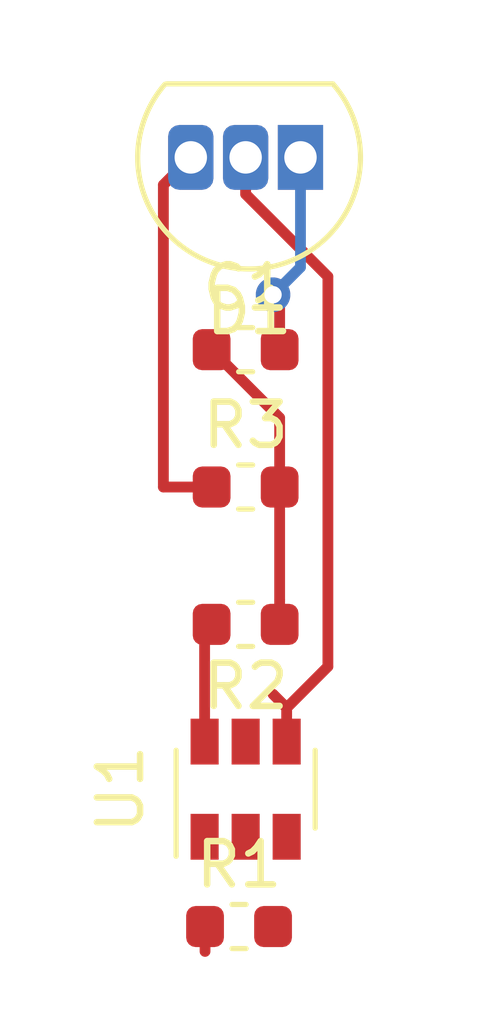
<source format=kicad_pcb>
(kicad_pcb (version 20171130) (host pcbnew "(5.0.1)-4")

  (general
    (thickness 1.6)
    (drawings 4)
    (tracks 22)
    (zones 0)
    (modules 6)
    (nets 11)
  )

  (page A4)
  (layers
    (0 F.Cu signal)
    (31 B.Cu signal)
    (32 B.Adhes user)
    (33 F.Adhes user)
    (34 B.Paste user)
    (35 F.Paste user)
    (36 B.SilkS user)
    (37 F.SilkS user)
    (38 B.Mask user)
    (39 F.Mask user)
    (40 Dwgs.User user)
    (41 Cmts.User user)
    (42 Eco1.User user)
    (43 Eco2.User user)
    (44 Edge.Cuts user)
    (45 Margin user)
    (46 B.CrtYd user)
    (47 F.CrtYd user)
    (48 B.Fab user)
    (49 F.Fab user)
  )

  (setup
    (last_trace_width 0.25)
    (trace_clearance 0.2)
    (zone_clearance 0.508)
    (zone_45_only no)
    (trace_min 0.2)
    (segment_width 0.2)
    (edge_width 0.15)
    (via_size 0.8)
    (via_drill 0.4)
    (via_min_size 0.4)
    (via_min_drill 0.3)
    (uvia_size 0.3)
    (uvia_drill 0.1)
    (uvias_allowed no)
    (uvia_min_size 0.2)
    (uvia_min_drill 0.1)
    (pcb_text_width 0.3)
    (pcb_text_size 1.5 1.5)
    (mod_edge_width 0.15)
    (mod_text_size 1 1)
    (mod_text_width 0.15)
    (pad_size 1.524 1.524)
    (pad_drill 0.762)
    (pad_to_mask_clearance 0.051)
    (solder_mask_min_width 0.25)
    (aux_axis_origin 0 0)
    (visible_elements FFFFFF7F)
    (pcbplotparams
      (layerselection 0x010fc_ffffffff)
      (usegerberextensions false)
      (usegerberattributes false)
      (usegerberadvancedattributes false)
      (creategerberjobfile false)
      (excludeedgelayer true)
      (linewidth 0.100000)
      (plotframeref false)
      (viasonmask false)
      (mode 1)
      (useauxorigin false)
      (hpglpennumber 1)
      (hpglpenspeed 20)
      (hpglpendiameter 15.000000)
      (psnegative false)
      (psa4output false)
      (plotreference true)
      (plotvalue true)
      (plotinvisibletext false)
      (padsonsilk false)
      (subtractmaskfromsilk false)
      (outputformat 1)
      (mirror false)
      (drillshape 1)
      (scaleselection 1)
      (outputdirectory ""))
  )

  (net 0 "")
  (net 1 "Net-(R1-Pad1)")
  (net 2 /PU)
  (net 3 "Net-(R2-Pad2)")
  (net 4 "Net-(C1-Pad1)")
  (net 5 /AC0)
  (net 6 "Net-(D1-Pad2)")
  (net 7 /AC1)
  (net 8 /EN)
  (net 9 "Net-(U1-Pad3)")
  (net 10 "Net-(U1-Pad5)")

  (net_class Default "This is the default net class."
    (clearance 0.2)
    (trace_width 0.25)
    (via_dia 0.8)
    (via_drill 0.4)
    (uvia_dia 0.3)
    (uvia_drill 0.1)
    (add_net /AC0)
    (add_net /AC1)
    (add_net /EN)
    (add_net /PU)
    (add_net "Net-(C1-Pad1)")
    (add_net "Net-(D1-Pad2)")
    (add_net "Net-(R1-Pad1)")
    (add_net "Net-(R2-Pad2)")
    (add_net "Net-(U1-Pad3)")
    (add_net "Net-(U1-Pad5)")
  )

  (module Capacitor_SMD:C_0603_1608Metric (layer F.Cu) (tedit 5B301BBE) (tstamp 5C04E36A)
    (at 92.71 72.39)
    (descr "Capacitor SMD 0603 (1608 Metric), square (rectangular) end terminal, IPC_7351 nominal, (Body size source: http://www.tortai-tech.com/upload/download/2011102023233369053.pdf), generated with kicad-footprint-generator")
    (tags capacitor)
    (path /5BF9804C)
    (attr smd)
    (fp_text reference C1 (at 0 -1.43) (layer F.SilkS)
      (effects (font (size 1 1) (thickness 0.15)))
    )
    (fp_text value 0.1uf (at 0 1.43) (layer F.Fab)
      (effects (font (size 1 1) (thickness 0.15)))
    )
    (fp_line (start -0.8 0.4) (end -0.8 -0.4) (layer F.Fab) (width 0.1))
    (fp_line (start -0.8 -0.4) (end 0.8 -0.4) (layer F.Fab) (width 0.1))
    (fp_line (start 0.8 -0.4) (end 0.8 0.4) (layer F.Fab) (width 0.1))
    (fp_line (start 0.8 0.4) (end -0.8 0.4) (layer F.Fab) (width 0.1))
    (fp_line (start -0.162779 -0.51) (end 0.162779 -0.51) (layer F.SilkS) (width 0.12))
    (fp_line (start -0.162779 0.51) (end 0.162779 0.51) (layer F.SilkS) (width 0.12))
    (fp_line (start -1.48 0.73) (end -1.48 -0.73) (layer F.CrtYd) (width 0.05))
    (fp_line (start -1.48 -0.73) (end 1.48 -0.73) (layer F.CrtYd) (width 0.05))
    (fp_line (start 1.48 -0.73) (end 1.48 0.73) (layer F.CrtYd) (width 0.05))
    (fp_line (start 1.48 0.73) (end -1.48 0.73) (layer F.CrtYd) (width 0.05))
    (fp_text user %R (at 0 0) (layer F.Fab)
      (effects (font (size 0.4 0.4) (thickness 0.06)))
    )
    (pad 1 smd roundrect (at -0.7875 0) (size 0.875 0.95) (layers F.Cu F.Paste F.Mask) (roundrect_rratio 0.25)
      (net 4 "Net-(C1-Pad1)"))
    (pad 2 smd roundrect (at 0.7875 0) (size 0.875 0.95) (layers F.Cu F.Paste F.Mask) (roundrect_rratio 0.25)
      (net 7 /AC1))
    (model ${KISYS3DMOD}/Capacitor_SMD.3dshapes/C_0603_1608Metric.wrl
      (at (xyz 0 0 0))
      (scale (xyz 1 1 1))
      (rotate (xyz 0 0 0))
    )
  )

  (module Package_TO_SOT_SMD:SOT-23-6 (layer F.Cu) (tedit 5A02FF57) (tstamp 5C04E359)
    (at 92.71 82.55 90)
    (descr "6-pin SOT-23 package")
    (tags SOT-23-6)
    (path /5BF97E2A)
    (attr smd)
    (fp_text reference U1 (at 0 -2.9 90) (layer F.SilkS)
      (effects (font (size 1 1) (thickness 0.15)))
    )
    (fp_text value MOC3010M (at 0 2.9 90) (layer F.Fab)
      (effects (font (size 1 1) (thickness 0.15)))
    )
    (fp_text user %R (at 0 0 180) (layer F.Fab)
      (effects (font (size 0.5 0.5) (thickness 0.075)))
    )
    (fp_line (start -0.9 1.61) (end 0.9 1.61) (layer F.SilkS) (width 0.12))
    (fp_line (start 0.9 -1.61) (end -1.55 -1.61) (layer F.SilkS) (width 0.12))
    (fp_line (start 1.9 -1.8) (end -1.9 -1.8) (layer F.CrtYd) (width 0.05))
    (fp_line (start 1.9 1.8) (end 1.9 -1.8) (layer F.CrtYd) (width 0.05))
    (fp_line (start -1.9 1.8) (end 1.9 1.8) (layer F.CrtYd) (width 0.05))
    (fp_line (start -1.9 -1.8) (end -1.9 1.8) (layer F.CrtYd) (width 0.05))
    (fp_line (start -0.9 -0.9) (end -0.25 -1.55) (layer F.Fab) (width 0.1))
    (fp_line (start 0.9 -1.55) (end -0.25 -1.55) (layer F.Fab) (width 0.1))
    (fp_line (start -0.9 -0.9) (end -0.9 1.55) (layer F.Fab) (width 0.1))
    (fp_line (start 0.9 1.55) (end -0.9 1.55) (layer F.Fab) (width 0.1))
    (fp_line (start 0.9 -1.55) (end 0.9 1.55) (layer F.Fab) (width 0.1))
    (pad 1 smd rect (at -1.1 -0.95 90) (size 1.06 0.65) (layers F.Cu F.Paste F.Mask)
      (net 1 "Net-(R1-Pad1)"))
    (pad 2 smd rect (at -1.1 0 90) (size 1.06 0.65) (layers F.Cu F.Paste F.Mask)
      (net 8 /EN))
    (pad 3 smd rect (at -1.1 0.95 90) (size 1.06 0.65) (layers F.Cu F.Paste F.Mask)
      (net 9 "Net-(U1-Pad3)"))
    (pad 4 smd rect (at 1.1 0.95 90) (size 1.06 0.65) (layers F.Cu F.Paste F.Mask)
      (net 6 "Net-(D1-Pad2)"))
    (pad 6 smd rect (at 1.1 -0.95 90) (size 1.06 0.65) (layers F.Cu F.Paste F.Mask)
      (net 3 "Net-(R2-Pad2)"))
    (pad 5 smd rect (at 1.1 0 90) (size 1.06 0.65) (layers F.Cu F.Paste F.Mask)
      (net 10 "Net-(U1-Pad5)"))
    (model ${KISYS3DMOD}/Package_TO_SOT_SMD.3dshapes/SOT-23-6.wrl
      (at (xyz 0 0 0))
      (scale (xyz 1 1 1))
      (rotate (xyz 0 0 0))
    )
  )

  (module Package_TO_SOT_THT:TO-92L_Inline (layer F.Cu) (tedit 5BF864BD) (tstamp 5C04E82E)
    (at 93.98 67.945 180)
    (descr "TO-92L leads in-line (large body variant of TO-92), also known as TO-226, wide, drill 0.75mm (see https://www.diodes.com/assets/Package-Files/TO92L.pdf and http://www.ti.com/lit/an/snoa059/snoa059.pdf)")
    (tags "TO-92L Inline Wide transistor")
    (path /5BF97EE3)
    (fp_text reference D1 (at 1.19 -3.56 180) (layer F.SilkS)
      (effects (font (size 1 1) (thickness 0.15)))
    )
    (fp_text value Q_TRIAC_A1GA2 (at 1.19 2.79 180) (layer F.Fab)
      (effects (font (size 1 1) (thickness 0.15)))
    )
    (fp_text user %R (at 1.19 -3.56 180) (layer F.Fab)
      (effects (font (size 1 1) (thickness 0.15)))
    )
    (fp_line (start -0.75 1.7) (end 3.1 1.7) (layer F.SilkS) (width 0.12))
    (fp_line (start -0.7 1.6) (end 3.05 1.6) (layer F.Fab) (width 0.1))
    (fp_line (start -1.55 -2.75) (end 3.95 -2.75) (layer F.CrtYd) (width 0.05))
    (fp_line (start -1.55 -2.75) (end -1.55 1.85) (layer F.CrtYd) (width 0.05))
    (fp_line (start 3.95 1.85) (end 3.95 -2.75) (layer F.CrtYd) (width 0.05))
    (fp_line (start 3.95 1.85) (end -1.55 1.85) (layer F.CrtYd) (width 0.05))
    (fp_arc (start 1.19 0) (end -0.75 1.7) (angle 262.164354) (layer F.SilkS) (width 0.12))
    (fp_arc (start 1.19 0) (end 1.19 -2.48) (angle 129.9527847) (layer F.Fab) (width 0.1))
    (fp_arc (start 1.19 0) (end 1.19 -2.48) (angle -130.2499344) (layer F.Fab) (width 0.1))
    (pad 2 thru_hole roundrect (at 1.27 0 180) (size 1.05 1.5) (drill 0.75) (layers *.Cu *.Mask) (roundrect_rratio 0.25)
      (net 6 "Net-(D1-Pad2)"))
    (pad 3 thru_hole roundrect (at 2.54 0 180) (size 1.05 1.5) (drill 0.75) (layers *.Cu *.Mask) (roundrect_rratio 0.25)
      (net 5 /AC0))
    (pad 1 thru_hole rect (at 0 0 180) (size 1.05 1.5) (drill 0.75) (layers *.Cu *.Mask)
      (net 7 /AC1))
    (model ${KISYS3DMOD}/Package_TO_SOT_THT.3dshapes/TO-92L_Inline.wrl
      (at (xyz 0 0 0))
      (scale (xyz 1 1 1))
      (rotate (xyz 0 0 0))
    )
  )

  (module Resistor_SMD:R_0603_1608Metric (layer F.Cu) (tedit 5B301BBD) (tstamp 5C04E332)
    (at 92.71 75.565)
    (descr "Resistor SMD 0603 (1608 Metric), square (rectangular) end terminal, IPC_7351 nominal, (Body size source: http://www.tortai-tech.com/upload/download/2011102023233369053.pdf), generated with kicad-footprint-generator")
    (tags resistor)
    (path /5BF98143)
    (attr smd)
    (fp_text reference R3 (at 0 -1.43) (layer F.SilkS)
      (effects (font (size 1 1) (thickness 0.15)))
    )
    (fp_text value 2.4K (at 0 1.43) (layer F.Fab)
      (effects (font (size 1 1) (thickness 0.15)))
    )
    (fp_line (start -0.8 0.4) (end -0.8 -0.4) (layer F.Fab) (width 0.1))
    (fp_line (start -0.8 -0.4) (end 0.8 -0.4) (layer F.Fab) (width 0.1))
    (fp_line (start 0.8 -0.4) (end 0.8 0.4) (layer F.Fab) (width 0.1))
    (fp_line (start 0.8 0.4) (end -0.8 0.4) (layer F.Fab) (width 0.1))
    (fp_line (start -0.162779 -0.51) (end 0.162779 -0.51) (layer F.SilkS) (width 0.12))
    (fp_line (start -0.162779 0.51) (end 0.162779 0.51) (layer F.SilkS) (width 0.12))
    (fp_line (start -1.48 0.73) (end -1.48 -0.73) (layer F.CrtYd) (width 0.05))
    (fp_line (start -1.48 -0.73) (end 1.48 -0.73) (layer F.CrtYd) (width 0.05))
    (fp_line (start 1.48 -0.73) (end 1.48 0.73) (layer F.CrtYd) (width 0.05))
    (fp_line (start 1.48 0.73) (end -1.48 0.73) (layer F.CrtYd) (width 0.05))
    (fp_text user %R (at 0 0) (layer F.Fab)
      (effects (font (size 0.4 0.4) (thickness 0.06)))
    )
    (pad 1 smd roundrect (at -0.7875 0) (size 0.875 0.95) (layers F.Cu F.Paste F.Mask) (roundrect_rratio 0.25)
      (net 5 /AC0))
    (pad 2 smd roundrect (at 0.7875 0) (size 0.875 0.95) (layers F.Cu F.Paste F.Mask) (roundrect_rratio 0.25)
      (net 4 "Net-(C1-Pad1)"))
    (model ${KISYS3DMOD}/Resistor_SMD.3dshapes/R_0603_1608Metric.wrl
      (at (xyz 0 0 0))
      (scale (xyz 1 1 1))
      (rotate (xyz 0 0 0))
    )
  )

  (module Resistor_SMD:R_0603_1608Metric (layer F.Cu) (tedit 5B301BBD) (tstamp 5C04E637)
    (at 92.71 78.74 180)
    (descr "Resistor SMD 0603 (1608 Metric), square (rectangular) end terminal, IPC_7351 nominal, (Body size source: http://www.tortai-tech.com/upload/download/2011102023233369053.pdf), generated with kicad-footprint-generator")
    (tags resistor)
    (path /5BF97F8A)
    (attr smd)
    (fp_text reference R2 (at 0 -1.43 180) (layer F.SilkS)
      (effects (font (size 1 1) (thickness 0.15)))
    )
    (fp_text value 180 (at 0 1.43 180) (layer F.Fab)
      (effects (font (size 1 1) (thickness 0.15)))
    )
    (fp_text user %R (at 0 0 180) (layer F.Fab)
      (effects (font (size 0.4 0.4) (thickness 0.06)))
    )
    (fp_line (start 1.48 0.73) (end -1.48 0.73) (layer F.CrtYd) (width 0.05))
    (fp_line (start 1.48 -0.73) (end 1.48 0.73) (layer F.CrtYd) (width 0.05))
    (fp_line (start -1.48 -0.73) (end 1.48 -0.73) (layer F.CrtYd) (width 0.05))
    (fp_line (start -1.48 0.73) (end -1.48 -0.73) (layer F.CrtYd) (width 0.05))
    (fp_line (start -0.162779 0.51) (end 0.162779 0.51) (layer F.SilkS) (width 0.12))
    (fp_line (start -0.162779 -0.51) (end 0.162779 -0.51) (layer F.SilkS) (width 0.12))
    (fp_line (start 0.8 0.4) (end -0.8 0.4) (layer F.Fab) (width 0.1))
    (fp_line (start 0.8 -0.4) (end 0.8 0.4) (layer F.Fab) (width 0.1))
    (fp_line (start -0.8 -0.4) (end 0.8 -0.4) (layer F.Fab) (width 0.1))
    (fp_line (start -0.8 0.4) (end -0.8 -0.4) (layer F.Fab) (width 0.1))
    (pad 2 smd roundrect (at 0.7875 0 180) (size 0.875 0.95) (layers F.Cu F.Paste F.Mask) (roundrect_rratio 0.25)
      (net 3 "Net-(R2-Pad2)"))
    (pad 1 smd roundrect (at -0.7875 0 180) (size 0.875 0.95) (layers F.Cu F.Paste F.Mask) (roundrect_rratio 0.25)
      (net 4 "Net-(C1-Pad1)"))
    (model ${KISYS3DMOD}/Resistor_SMD.3dshapes/R_0603_1608Metric.wrl
      (at (xyz 0 0 0))
      (scale (xyz 1 1 1))
      (rotate (xyz 0 0 0))
    )
  )

  (module Resistor_SMD:R_0603_1608Metric (layer F.Cu) (tedit 5B301BBD) (tstamp 5C04E534)
    (at 92.5575 85.725)
    (descr "Resistor SMD 0603 (1608 Metric), square (rectangular) end terminal, IPC_7351 nominal, (Body size source: http://www.tortai-tech.com/upload/download/2011102023233369053.pdf), generated with kicad-footprint-generator")
    (tags resistor)
    (path /5BF9811F)
    (attr smd)
    (fp_text reference R1 (at 0 -1.43) (layer F.SilkS)
      (effects (font (size 1 1) (thickness 0.15)))
    )
    (fp_text value 500 (at 0 1.43) (layer F.Fab)
      (effects (font (size 1 1) (thickness 0.15)))
    )
    (fp_line (start -0.8 0.4) (end -0.8 -0.4) (layer F.Fab) (width 0.1))
    (fp_line (start -0.8 -0.4) (end 0.8 -0.4) (layer F.Fab) (width 0.1))
    (fp_line (start 0.8 -0.4) (end 0.8 0.4) (layer F.Fab) (width 0.1))
    (fp_line (start 0.8 0.4) (end -0.8 0.4) (layer F.Fab) (width 0.1))
    (fp_line (start -0.162779 -0.51) (end 0.162779 -0.51) (layer F.SilkS) (width 0.12))
    (fp_line (start -0.162779 0.51) (end 0.162779 0.51) (layer F.SilkS) (width 0.12))
    (fp_line (start -1.48 0.73) (end -1.48 -0.73) (layer F.CrtYd) (width 0.05))
    (fp_line (start -1.48 -0.73) (end 1.48 -0.73) (layer F.CrtYd) (width 0.05))
    (fp_line (start 1.48 -0.73) (end 1.48 0.73) (layer F.CrtYd) (width 0.05))
    (fp_line (start 1.48 0.73) (end -1.48 0.73) (layer F.CrtYd) (width 0.05))
    (fp_text user %R (at 0 0) (layer F.Fab)
      (effects (font (size 0.4 0.4) (thickness 0.06)))
    )
    (pad 1 smd roundrect (at -0.7875 0) (size 0.875 0.95) (layers F.Cu F.Paste F.Mask) (roundrect_rratio 0.25)
      (net 1 "Net-(R1-Pad1)"))
    (pad 2 smd roundrect (at 0.7875 0) (size 0.875 0.95) (layers F.Cu F.Paste F.Mask) (roundrect_rratio 0.25)
      (net 2 /PU))
    (model ${KISYS3DMOD}/Resistor_SMD.3dshapes/R_0603_1608Metric.wrl
      (at (xyz 0 0 0))
      (scale (xyz 1 1 1))
      (rotate (xyz 0 0 0))
    )
  )

  (gr_line (start 89.535 65.405) (end 95.885 65.405) (layer F.Mask) (width 0.2))
  (gr_line (start 89.535 86.995) (end 89.535 65.405) (layer F.Mask) (width 0.2))
  (gr_line (start 95.885 86.995) (end 89.535 86.995) (layer F.Mask) (width 0.2))
  (gr_line (start 95.885 65.405) (end 95.885 86.995) (layer F.Mask) (width 0.2))

  (segment (start 91.76 85.715) (end 91.77 85.725) (width 0.25) (layer F.Cu) (net 1))
  (segment (start 91.77 85.725) (end 91.77 86.3) (width 0.25) (layer F.Cu) (net 1))
  (segment (start 91.76 78.9025) (end 91.9225 78.74) (width 0.25) (layer F.Cu) (net 3))
  (segment (start 91.76 81.45) (end 91.76 78.9025) (width 0.25) (layer F.Cu) (net 3))
  (segment (start 93.4975 78.165) (end 93.4975 75.565) (width 0.25) (layer F.Cu) (net 4))
  (segment (start 93.4975 78.74) (end 93.4975 78.165) (width 0.25) (layer F.Cu) (net 4))
  (segment (start 93.4975 73.965) (end 91.9225 72.39) (width 0.25) (layer F.Cu) (net 4))
  (segment (start 93.4975 75.565) (end 93.4975 73.965) (width 0.25) (layer F.Cu) (net 4))
  (segment (start 91.9225 75.565) (end 90.805 75.565) (width 0.25) (layer F.Cu) (net 5))
  (segment (start 90.805 68.58) (end 91.44 67.945) (width 0.25) (layer F.Cu) (net 5))
  (segment (start 90.805 75.565) (end 90.805 68.58) (width 0.25) (layer F.Cu) (net 5))
  (segment (start 93.66 80.67) (end 93.345 80.355) (width 0.25) (layer F.Cu) (net 6))
  (segment (start 93.66 81.45) (end 93.66 80.67) (width 0.25) (layer F.Cu) (net 6))
  (segment (start 93.66 80.67) (end 94.615 79.715) (width 0.25) (layer F.Cu) (net 6))
  (segment (start 92.71 68.795) (end 92.71 67.945) (width 0.25) (layer F.Cu) (net 6))
  (segment (start 94.615 70.7) (end 92.71 68.795) (width 0.25) (layer F.Cu) (net 6))
  (segment (start 94.615 79.715) (end 94.615 70.7) (width 0.25) (layer F.Cu) (net 6))
  (via (at 93.345 71.12) (size 0.8) (drill 0.4) (layers F.Cu B.Cu) (net 7))
  (segment (start 93.4975 72.39) (end 93.4975 71.2725) (width 0.25) (layer F.Cu) (net 7))
  (segment (start 93.4975 71.2725) (end 93.345 71.12) (width 0.25) (layer F.Cu) (net 7))
  (segment (start 93.98 70.485) (end 93.98 67.945) (width 0.25) (layer B.Cu) (net 7))
  (segment (start 93.345 71.12) (end 93.98 70.485) (width 0.25) (layer B.Cu) (net 7))

)

</source>
